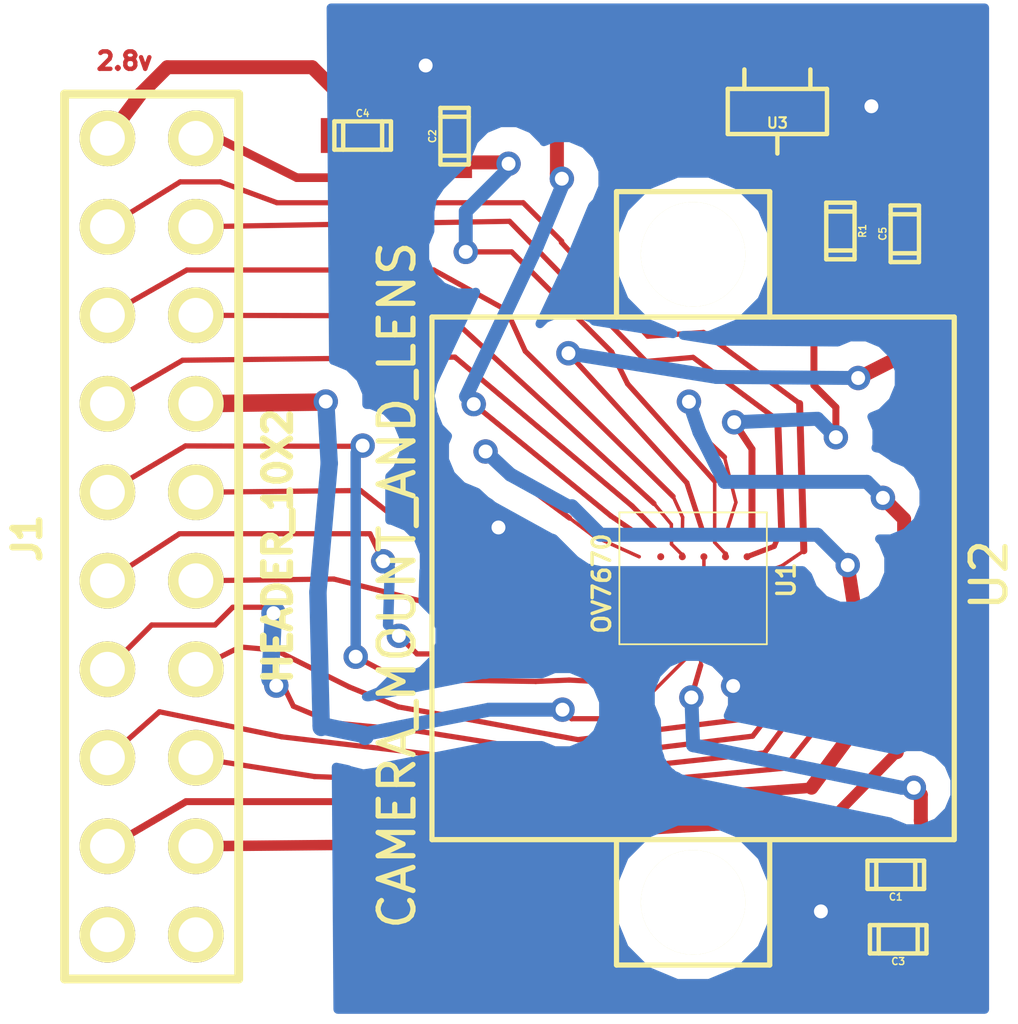
<source format=kicad_pcb>
(kicad_pcb (version 3) (host pcbnew "(2013-08-24 BZR 4298)-stable")

  (general
    (links 34)
    (no_connects 0)
    (area 0 0 0 0)
    (thickness 1.6)
    (drawings 1)
    (tracks 318)
    (zones 0)
    (modules 10)
    (nets 23)
  )

  (page A)
  (layers
    (15 F.Cu signal)
    (0 B.Cu signal)
    (16 B.Adhes user)
    (17 F.Adhes user)
    (18 B.Paste user)
    (19 F.Paste user)
    (20 B.SilkS user)
    (21 F.SilkS user)
    (22 B.Mask user)
    (23 F.Mask user)
    (24 Dwgs.User user)
    (25 Cmts.User user)
    (26 Eco1.User user)
    (27 Eco2.User user)
    (28 Edge.Cuts user)
  )

  (setup
    (last_trace_width 0.5)
    (user_trace_width 0.1)
    (user_trace_width 0.15)
    (user_trace_width 0.2)
    (user_trace_width 0.25)
    (user_trace_width 0.3)
    (user_trace_width 0.4)
    (user_trace_width 0.5)
    (user_trace_width 0.6)
    (user_trace_width 0.7)
    (user_trace_width 0.8)
    (user_trace_width 0.9)
    (user_trace_width 1)
    (trace_clearance 0.05)
    (zone_clearance 0.7)
    (zone_45_only no)
    (trace_min 0.1)
    (segment_width 0.2)
    (edge_width 0.1)
    (via_size 0.7)
    (via_drill 0.4)
    (via_min_size 0.7)
    (via_min_drill 0.4)
    (uvia_size 0.4)
    (uvia_drill 0.127)
    (uvias_allowed no)
    (uvia_min_size 0.4)
    (uvia_min_drill 0.127)
    (pcb_text_width 0.3)
    (pcb_text_size 1.5 1.5)
    (mod_edge_width 0.15)
    (mod_text_size 1 1)
    (mod_text_width 0.15)
    (pad_size 0.4 0.6125)
    (pad_drill 0)
    (pad_to_mask_clearance 0)
    (aux_axis_origin 0 0)
    (visible_elements 7FFFFFFF)
    (pcbplotparams
      (layerselection 3178497)
      (usegerberextensions false)
      (excludeedgelayer true)
      (linewidth 0.150000)
      (plotframeref false)
      (viasonmask false)
      (mode 1)
      (useauxorigin false)
      (hpglpennumber 1)
      (hpglpenspeed 20)
      (hpglpendiameter 15)
      (hpglpenoverlay 2)
      (psnegative false)
      (psa4output false)
      (plotreference true)
      (plotvalue true)
      (plotothertext true)
      (plotinvisibletext false)
      (padsonsilk false)
      (subtractmaskfromsilk false)
      (outputformat 2)
      (mirror false)
      (drillshape 0)
      (scaleselection 1)
      (outputdirectory ""))
  )

  (net 0 "")
  (net 1 +1.8v)
  (net 2 +2.8v)
  (net 3 AVDD)
  (net 4 D0)
  (net 5 D1)
  (net 6 D2)
  (net 7 D3)
  (net 8 D4)
  (net 9 D5)
  (net 10 D6)
  (net 11 D7)
  (net 12 GND)
  (net 13 HREF)
  (net 14 N-0000013)
  (net 15 N-0000014)
  (net 16 PCLK)
  (net 17 PWDN)
  (net 18 RESET)
  (net 19 SIO_C)
  (net 20 SIO_D)
  (net 21 VSYNC)
  (net 22 XCLK)

  (net_class Default "This is the default net class."
    (clearance 0.05)
    (trace_width 0.5)
    (via_dia 0.7)
    (via_drill 0.4)
    (uvia_dia 0.4)
    (uvia_drill 0.127)
    (add_net "")
    (add_net +1.8v)
    (add_net +2.8v)
    (add_net AVDD)
    (add_net D0)
    (add_net D1)
    (add_net D2)
    (add_net D3)
    (add_net D4)
    (add_net D5)
    (add_net D6)
    (add_net D7)
    (add_net GND)
    (add_net HREF)
    (add_net N-0000013)
    (add_net N-0000014)
    (add_net PCLK)
    (add_net PWDN)
    (add_net RESET)
    (add_net SIO_C)
    (add_net SIO_D)
    (add_net VSYNC)
    (add_net XCLK)
  )

  (module TED_SM0603 (layer F.Cu) (tedit 527731CB) (tstamp 529595DA)
    (at 147.82 120.51 180)
    (descr "SMT capacitor, 0603")
    (path /52959381)
    (fp_text reference C1 (at 0 -0.635 180) (layer F.SilkS)
      (effects (font (size 0.20066 0.20066) (thickness 0.04064)))
    )
    (fp_text value .1uF (at 0 0.635 180) (layer F.SilkS) hide
      (effects (font (size 0.20066 0.20066) (thickness 0.04064)))
    )
    (fp_line (start 0.5588 0.4064) (end 0.5588 -0.4064) (layer F.SilkS) (width 0.127))
    (fp_line (start -0.5588 -0.381) (end -0.5588 0.4064) (layer F.SilkS) (width 0.127))
    (fp_line (start -0.8128 -0.4064) (end 0.8128 -0.4064) (layer F.SilkS) (width 0.127))
    (fp_line (start 0.8128 -0.4064) (end 0.8128 0.4064) (layer F.SilkS) (width 0.127))
    (fp_line (start 0.8128 0.4064) (end -0.8128 0.4064) (layer F.SilkS) (width 0.127))
    (fp_line (start -0.8128 0.4064) (end -0.8128 -0.4064) (layer F.SilkS) (width 0.127))
    (pad 2 smd rect (at 0.75184 0 180) (size 0.89916 1.00076)
      (layers F.Cu F.Paste F.Mask)
      (net 12 GND)
      (clearance 0.1)
    )
    (pad 1 smd rect (at -0.75184 0 180) (size 0.89916 1.00076)
      (layers F.Cu F.Paste F.Mask)
      (net 15 N-0000014)
      (clearance 0.1)
    )
    (model smd/capacitors/c_0603.wrl
      (at (xyz 0 0 0))
      (scale (xyz 1 1 1))
      (rotate (xyz 0 0 0))
    )
  )

  (module TED_SM0603 (layer F.Cu) (tedit 527731CB) (tstamp 529595E6)
    (at 135.15 99.31 90)
    (descr "SMT capacitor, 0603")
    (path /5295936A)
    (fp_text reference C2 (at 0 -0.635 90) (layer F.SilkS)
      (effects (font (size 0.20066 0.20066) (thickness 0.04064)))
    )
    (fp_text value .1uF (at 0 0.635 90) (layer F.SilkS) hide
      (effects (font (size 0.20066 0.20066) (thickness 0.04064)))
    )
    (fp_line (start 0.5588 0.4064) (end 0.5588 -0.4064) (layer F.SilkS) (width 0.127))
    (fp_line (start -0.5588 -0.381) (end -0.5588 0.4064) (layer F.SilkS) (width 0.127))
    (fp_line (start -0.8128 -0.4064) (end 0.8128 -0.4064) (layer F.SilkS) (width 0.127))
    (fp_line (start 0.8128 -0.4064) (end 0.8128 0.4064) (layer F.SilkS) (width 0.127))
    (fp_line (start 0.8128 0.4064) (end -0.8128 0.4064) (layer F.SilkS) (width 0.127))
    (fp_line (start -0.8128 0.4064) (end -0.8128 -0.4064) (layer F.SilkS) (width 0.127))
    (pad 2 smd rect (at 0.75184 0 90) (size 0.89916 1.00076)
      (layers F.Cu F.Paste F.Mask)
      (net 12 GND)
      (clearance 0.1)
    )
    (pad 1 smd rect (at -0.75184 0 90) (size 0.89916 1.00076)
      (layers F.Cu F.Paste F.Mask)
      (net 14 N-0000013)
      (clearance 0.1)
    )
    (model smd/capacitors/c_0603.wrl
      (at (xyz 0 0 0))
      (scale (xyz 1 1 1))
      (rotate (xyz 0 0 0))
    )
  )

  (module TED_SM0603 (layer F.Cu) (tedit 527731CB) (tstamp 529595F2)
    (at 147.89 122.36 180)
    (descr "SMT capacitor, 0603")
    (path /529595DF)
    (fp_text reference C3 (at 0 -0.635 180) (layer F.SilkS)
      (effects (font (size 0.20066 0.20066) (thickness 0.04064)))
    )
    (fp_text value 4.7uF (at 0 0.635 180) (layer F.SilkS) hide
      (effects (font (size 0.20066 0.20066) (thickness 0.04064)))
    )
    (fp_line (start 0.5588 0.4064) (end 0.5588 -0.4064) (layer F.SilkS) (width 0.127))
    (fp_line (start -0.5588 -0.381) (end -0.5588 0.4064) (layer F.SilkS) (width 0.127))
    (fp_line (start -0.8128 -0.4064) (end 0.8128 -0.4064) (layer F.SilkS) (width 0.127))
    (fp_line (start 0.8128 -0.4064) (end 0.8128 0.4064) (layer F.SilkS) (width 0.127))
    (fp_line (start 0.8128 0.4064) (end -0.8128 0.4064) (layer F.SilkS) (width 0.127))
    (fp_line (start -0.8128 0.4064) (end -0.8128 -0.4064) (layer F.SilkS) (width 0.127))
    (pad 2 smd rect (at 0.75184 0 180) (size 0.89916 1.00076)
      (layers F.Cu F.Paste F.Mask)
      (net 12 GND)
      (clearance 0.1)
    )
    (pad 1 smd rect (at -0.75184 0 180) (size 0.89916 1.00076)
      (layers F.Cu F.Paste F.Mask)
      (net 1 +1.8v)
      (clearance 0.1)
    )
    (model smd/capacitors/c_0603.wrl
      (at (xyz 0 0 0))
      (scale (xyz 1 1 1))
      (rotate (xyz 0 0 0))
    )
  )

  (module TED_SM0603 (layer F.Cu) (tedit 527731CB) (tstamp 529595FE)
    (at 132.51 99.29)
    (descr "SMT capacitor, 0603")
    (path /529595B4)
    (fp_text reference C4 (at 0 -0.635) (layer F.SilkS)
      (effects (font (size 0.20066 0.20066) (thickness 0.04064)))
    )
    (fp_text value 4.7uF (at 0 0.635) (layer F.SilkS) hide
      (effects (font (size 0.20066 0.20066) (thickness 0.04064)))
    )
    (fp_line (start 0.5588 0.4064) (end 0.5588 -0.4064) (layer F.SilkS) (width 0.127))
    (fp_line (start -0.5588 -0.381) (end -0.5588 0.4064) (layer F.SilkS) (width 0.127))
    (fp_line (start -0.8128 -0.4064) (end 0.8128 -0.4064) (layer F.SilkS) (width 0.127))
    (fp_line (start 0.8128 -0.4064) (end 0.8128 0.4064) (layer F.SilkS) (width 0.127))
    (fp_line (start 0.8128 0.4064) (end -0.8128 0.4064) (layer F.SilkS) (width 0.127))
    (fp_line (start -0.8128 0.4064) (end -0.8128 -0.4064) (layer F.SilkS) (width 0.127))
    (pad 2 smd rect (at 0.75184 0) (size 0.89916 1.00076)
      (layers F.Cu F.Paste F.Mask)
      (net 12 GND)
      (clearance 0.1)
    )
    (pad 1 smd rect (at -0.75184 0) (size 0.89916 1.00076)
      (layers F.Cu F.Paste F.Mask)
      (net 2 +2.8v)
      (clearance 0.1)
    )
    (model smd/capacitors/c_0603.wrl
      (at (xyz 0 0 0))
      (scale (xyz 1 1 1))
      (rotate (xyz 0 0 0))
    )
  )

  (module TED_SM0603 (layer F.Cu) (tedit 527731CB) (tstamp 5295960A)
    (at 148.08 102.11 90)
    (descr "SMT capacitor, 0603")
    (path /529595D2)
    (fp_text reference C5 (at 0 -0.635 90) (layer F.SilkS)
      (effects (font (size 0.20066 0.20066) (thickness 0.04064)))
    )
    (fp_text value 4.7uF (at 0 0.635 90) (layer F.SilkS) hide
      (effects (font (size 0.20066 0.20066) (thickness 0.04064)))
    )
    (fp_line (start 0.5588 0.4064) (end 0.5588 -0.4064) (layer F.SilkS) (width 0.127))
    (fp_line (start -0.5588 -0.381) (end -0.5588 0.4064) (layer F.SilkS) (width 0.127))
    (fp_line (start -0.8128 -0.4064) (end 0.8128 -0.4064) (layer F.SilkS) (width 0.127))
    (fp_line (start 0.8128 -0.4064) (end 0.8128 0.4064) (layer F.SilkS) (width 0.127))
    (fp_line (start 0.8128 0.4064) (end -0.8128 0.4064) (layer F.SilkS) (width 0.127))
    (fp_line (start -0.8128 0.4064) (end -0.8128 -0.4064) (layer F.SilkS) (width 0.127))
    (pad 2 smd rect (at 0.75184 0 90) (size 0.89916 1.00076)
      (layers F.Cu F.Paste F.Mask)
      (net 12 GND)
      (clearance 0.1)
    )
    (pad 1 smd rect (at -0.75184 0 90) (size 0.89916 1.00076)
      (layers F.Cu F.Paste F.Mask)
      (net 3 AVDD)
      (clearance 0.1)
    )
    (model smd/capacitors/c_0603.wrl
      (at (xyz 0 0 0))
      (scale (xyz 1 1 1))
      (rotate (xyz 0 0 0))
    )
  )

  (module TED_HEADER_10x2_BOTTOM_SIDE (layer F.Cu) (tedit 528EF672) (tstamp 52CBA86D)
    (at 126.45 110.8 270)
    (path /52956095)
    (fp_text reference J1 (at 0.05 3.575 270) (layer F.SilkS)
      (effects (font (size 0.762 0.762) (thickness 0.1905)))
    )
    (fp_text value HEADER_10X2 (at 0.275 -3.625 270) (layer F.SilkS)
      (effects (font (size 0.762 0.762) (thickness 0.1905)))
    )
    (fp_line (start 12.7 -2.5) (end 12.7 2.5) (layer F.SilkS) (width 0.254))
    (fp_line (start 12.7 -2.5) (end -12.7 -2.5) (layer F.SilkS) (width 0.254))
    (fp_line (start 12.7 2.5) (end -12.7 2.5) (layer F.SilkS) (width 0.254))
    (fp_line (start -12.7 2.5) (end -12.7 -2.5) (layer F.SilkS) (width 0.254))
    (pad 11 thru_hole circle (at 11.43 -1.27 270) (size 1.6 1.6) (drill 1)
      (layers *.Mask F.Cu F.SilkS)
    )
    (pad 10 thru_hole circle (at 11.43 1.27 270) (size 1.6 1.6) (drill 1)
      (layers *.Mask F.Cu F.SilkS)
    )
    (pad 14 thru_hole circle (at 3.81 -1.27 270) (size 1.6 1.6) (drill 1)
      (layers *.Mask F.Cu F.SilkS)
      (net 6 D2)
    )
    (pad 8 thru_hole circle (at 6.35 1.27 270) (size 1.6 1.6) (drill 1)
      (layers *.Mask F.Cu F.SilkS)
      (net 5 D1)
    )
    (pad 9 thru_hole circle (at 8.89 1.27 270) (size 1.6 1.6) (drill 1)
      (layers *.Mask F.Cu F.SilkS)
      (net 18 RESET)
    )
    (pad 12 thru_hole circle (at 8.89 -1.27 270) (size 1.6 1.6) (drill 1)
      (layers *.Mask F.Cu F.SilkS)
      (net 17 PWDN)
    )
    (pad 13 thru_hole circle (at 6.35 -1.27 270) (size 1.6 1.6) (drill 1)
      (layers *.Mask F.Cu F.SilkS)
      (net 4 D0)
    )
    (pad 15 thru_hole circle (at 1.27 -1.27 270) (size 1.6 1.6) (drill 1)
      (layers *.Mask F.Cu F.SilkS)
      (net 8 D4)
    )
    (pad 7 thru_hole circle (at 3.81 1.27 270) (size 1.6 1.6) (drill 1)
      (layers *.Mask F.Cu F.SilkS)
      (net 7 D3)
    )
    (pad 6 thru_hole circle (at 1.27 1.27 270) (size 1.6 1.6) (drill 1)
      (layers *.Mask F.Cu F.SilkS)
      (net 9 D5)
    )
    (pad 5 thru_hole circle (at -1.27 1.27 270) (size 1.6 1.6) (drill 1)
      (layers *.Mask F.Cu F.SilkS)
      (net 11 D7)
    )
    (pad 1 thru_hole circle (at -11.43 1.27 270) (size 1.6 1.6) (drill 1)
      (layers *.Mask F.Cu F.SilkS)
      (net 2 +2.8v)
    )
    (pad 2 thru_hole circle (at -8.89 1.27 270) (size 1.6 1.6) (drill 1)
      (layers *.Mask F.Cu F.SilkS)
      (net 19 SIO_C)
    )
    (pad 3 thru_hole circle (at -6.35 1.27 270) (size 1.6 1.6) (drill 1)
      (layers *.Mask F.Cu F.SilkS)
      (net 21 VSYNC)
    )
    (pad 4 thru_hole circle (at -3.81 1.27 270) (size 1.6 1.6) (drill 1)
      (layers *.Mask F.Cu F.SilkS)
      (net 16 PCLK)
    )
    (pad 16 thru_hole circle (at -1.27 -1.27 270) (size 1.6 1.6) (drill 1)
      (layers *.Mask F.Cu F.SilkS)
      (net 10 D6)
    )
    (pad 17 thru_hole circle (at -3.81 -1.27 270) (size 1.6 1.6) (drill 1)
      (layers *.Mask F.Cu F.SilkS)
      (net 22 XCLK)
    )
    (pad 18 thru_hole circle (at -6.35 -1.27 270) (size 1.6 1.6) (drill 1)
      (layers *.Mask F.Cu F.SilkS)
      (net 13 HREF)
    )
    (pad 19 thru_hole circle (at -8.89 -1.27 270) (size 1.6 1.6) (drill 1)
      (layers *.Mask F.Cu F.SilkS)
      (net 20 SIO_D)
    )
    (pad 20 thru_hole circle (at -11.43 -1.27 270) (size 1.6 1.6) (drill 1)
      (layers *.Mask F.Cu F.SilkS)
      (net 12 GND)
    )
  )

  (module TED_SM0603 (layer F.Cu) (tedit 527731CB) (tstamp 52959632)
    (at 146.23 102.03 270)
    (descr "SMT capacitor, 0603")
    (path /529595EE)
    (fp_text reference R1 (at 0 -0.635 270) (layer F.SilkS)
      (effects (font (size 0.20066 0.20066) (thickness 0.04064)))
    )
    (fp_text value 10 (at 0 0.635 270) (layer F.SilkS) hide
      (effects (font (size 0.20066 0.20066) (thickness 0.04064)))
    )
    (fp_line (start 0.5588 0.4064) (end 0.5588 -0.4064) (layer F.SilkS) (width 0.127))
    (fp_line (start -0.5588 -0.381) (end -0.5588 0.4064) (layer F.SilkS) (width 0.127))
    (fp_line (start -0.8128 -0.4064) (end 0.8128 -0.4064) (layer F.SilkS) (width 0.127))
    (fp_line (start 0.8128 -0.4064) (end 0.8128 0.4064) (layer F.SilkS) (width 0.127))
    (fp_line (start 0.8128 0.4064) (end -0.8128 0.4064) (layer F.SilkS) (width 0.127))
    (fp_line (start -0.8128 0.4064) (end -0.8128 -0.4064) (layer F.SilkS) (width 0.127))
    (pad 2 smd rect (at 0.75184 0 270) (size 0.89916 1.00076)
      (layers F.Cu F.Paste F.Mask)
      (net 3 AVDD)
      (clearance 0.1)
    )
    (pad 1 smd rect (at -0.75184 0 270) (size 0.89916 1.00076)
      (layers F.Cu F.Paste F.Mask)
      (net 2 +2.8v)
      (clearance 0.1)
    )
    (model smd/capacitors/c_0603.wrl
      (at (xyz 0 0 0))
      (scale (xyz 1 1 1))
      (rotate (xyz 0 0 0))
    )
  )

  (module TED_CAMERA_M12x0.5_mount (layer F.Cu) (tedit 52959A2D) (tstamp 52959ABA)
    (at 142 112 270)
    (path /52959B02)
    (fp_text reference U2 (at -0.1 -8.5 270) (layer F.SilkS)
      (effects (font (size 1 1) (thickness 0.15)))
    )
    (fp_text value CAMERA_MOUNT_AND_LENS (at 0.2 8.5 270) (layer F.SilkS)
      (effects (font (size 1 1) (thickness 0.15)))
    )
    (fp_line (start -7.5 -2.2) (end -11.1 -2.2) (layer F.SilkS) (width 0.15))
    (fp_line (start -11.1 -2.2) (end -11.1 2.2) (layer F.SilkS) (width 0.15))
    (fp_line (start -11.1 2.2) (end -7.5 2.2) (layer F.SilkS) (width 0.15))
    (fp_line (start 7.5 -2.2) (end 11.1 -2.2) (layer F.SilkS) (width 0.15))
    (fp_line (start 11.1 -2.2) (end 11.1 2.2) (layer F.SilkS) (width 0.15))
    (fp_line (start 11.1 2.2) (end 7.5 2.2) (layer F.SilkS) (width 0.15))
    (fp_line (start -7.5 -7.5) (end -7.5 7.5) (layer F.SilkS) (width 0.15))
    (fp_line (start -7.5 7.5) (end 7.5 7.5) (layer F.SilkS) (width 0.15))
    (fp_line (start 7.5 7.5) (end 7.5 -7.5) (layer F.SilkS) (width 0.15))
    (fp_line (start 7.5 -7.5) (end -7.5 -7.5) (layer F.SilkS) (width 0.15))
    (pad "" np_thru_hole circle (at 9.3 0 270) (size 3 3) (drill 3)
      (layers *.Cu *.Mask F.SilkS)
    )
    (pad "" np_thru_hole circle (at -9.3 0 270) (size 3 3) (drill 3)
      (layers *.Cu *.Mask F.SilkS)
    )
  )

  (module TED_CSP2-24 (layer F.Cu) (tedit 52CF8693) (tstamp 5295965E)
    (at 142 112 270)
    (path /52958E0C)
    (fp_text reference U1 (at 0.05 -2.675 270) (layer F.SilkS)
      (effects (font (size 0.50038 0.50038) (thickness 0.09906)))
    )
    (fp_text value OV7670 (at 0.15 2.625 270) (layer F.SilkS)
      (effects (font (size 0.50038 0.50038) (thickness 0.09906)))
    )
    (fp_line (start -1.8925 -2.1175) (end 1.8925 -2.1175) (layer F.SilkS) (width 0.0508))
    (fp_line (start 1.8925 -2.1175) (end 1.8925 2.1175) (layer F.SilkS) (width 0.0508))
    (fp_line (start 1.8925 2.1175) (end -1.8925 2.1175) (layer F.SilkS) (width 0.0508))
    (fp_line (start -1.8925 2.1175) (end -1.8925 -2.1175) (layer F.SilkS) (width 0.0508))
    (pad E4 smd circle (at 0.62 0.93 270) (size 0.2 0.2)
      (layers F.Cu F.Paste F.Mask)
      (net 11 D7)
      (clearance 0.05)
    )
    (pad E5 smd circle (at 1.24 0.93 270) (size 0.2 0.2)
      (layers F.Cu F.Paste F.Mask)
      (net 9 D5)
      (clearance 0.05)
    )
    (pad F5 smd circle (at 1.24 1.55 270) (size 0.1 0.1)
      (layers F.Cu F.Paste F.Mask)
      (net 8 D4)
      (clearance 0.05)
    )
    (pad F4 smd circle (at 0.62 1.55 270) (size 0.1 0.1)
      (layers F.Cu F.Paste F.Mask)
      (net 10 D6)
      (clearance 0.05)
    )
    (pad E2 smd circle (at -0.62 0.93 270) (size 0.2 0.2)
      (layers F.Cu F.Paste F.Mask)
      (clearance 0.05)
    )
    (pad E1 smd circle (at -1.24 0.93 270) (size 0.1 0.1)
      (layers F.Cu F.Paste F.Mask)
      (net 16 PCLK)
      (clearance 0.05)
    )
    (pad F1 smd circle (at -1.24 1.55 270) (size 0.2 0.2)
      (layers F.Cu F.Paste F.Mask)
      (net 2 +2.8v)
      (clearance 0.05)
    )
    (pad F2 smd circle (at -0.62 1.55 270) (size 0.1 0.1)
      (layers F.Cu F.Paste F.Mask)
      (net 18 RESET)
      (clearance 0.05)
    )
    (pad B4 smd circle (at 0.62 -0.93 270) (size 0.1 0.1)
      (layers F.Cu F.Paste F.Mask)
      (net 4 D0)
      (clearance 0.05)
    )
    (pad B5 smd circle (at 1.24 -0.93 270) (size 0.1 0.1)
      (layers F.Cu F.Paste F.Mask)
      (net 6 D2)
      (clearance 0.05)
    )
    (pad B2 smd circle (at -0.62 -0.93 270) (size 0.2 0.2)
      (layers F.Cu F.Paste F.Mask)
      (net 14 N-0000013)
      (clearance 0.05)
    )
    (pad B1 smd circle (at -1.24 -0.93 270) (size 0.1 0.1)
      (layers F.Cu F.Paste F.Mask)
      (net 17 PWDN)
      (clearance 0.05)
    )
    (pad A5 smd circle (at 1.24 -1.55 270) (size 0.2 0.2)
      (layers F.Cu F.Paste F.Mask)
      (net 7 D3)
      (clearance 0.05)
    )
    (pad A4 smd circle (at 0.62 -1.55 270) (size 0.1 0.1)
      (layers F.Cu F.Paste F.Mask)
      (net 5 D1)
      (clearance 0.05)
    )
    (pad A1 smd circle (at -1.24 -1.55 270) (size 0.2 0.2)
      (layers F.Cu F.Paste F.Mask)
      (net 3 AVDD)
      (clearance 0.05)
    )
    (pad A2 smd circle (at -0.62 -1.55 270) (size 0.2 0.2)
      (layers F.Cu F.Paste F.Mask)
      (net 20 SIO_D)
      (clearance 0.05)
    )
    (pad A3 smd circle (at 0 -1.55 270) (size 0.1 0.1)
      (layers F.Cu F.Paste F.Mask)
      (net 19 SIO_C)
      (clearance 0.05)
    )
    (pad B3 smd circle (at 0 -0.93 270) (size 0.2 0.2)
      (layers F.Cu F.Paste F.Mask)
      (net 12 GND)
      (clearance 0.05)
    )
    (pad E3 smd circle (at 0 0.93 270) (size 0.2 0.2)
      (layers F.Cu F.Paste F.Mask)
      (net 22 XCLK)
      (clearance 0.05)
    )
    (pad F3 smd circle (at 0 1.55 270) (size 0.1 0.1)
      (layers F.Cu F.Paste F.Mask)
      (net 12 GND)
      (clearance 0.05)
    )
    (pad C1 smd circle (at -1.24 -0.31 270) (size 0.1 0.1)
      (layers F.Cu F.Paste F.Mask)
      (net 1 +1.8v)
      (clearance 0.05)
    )
    (pad D1 smd circle (at -1.24 0.31 270) (size 0.1 0.1)
      (layers F.Cu F.Paste F.Mask)
      (net 21 VSYNC)
      (clearance 0.05)
    )
    (pad C2 smd circle (at -0.62 -0.31 270) (size 0.2 0.2)
      (layers F.Cu F.Paste F.Mask)
      (net 15 N-0000014)
      (clearance 0.05)
    )
    (pad D2 smd circle (at -0.62 0.31 270) (size 0.2 0.2)
      (layers F.Cu F.Paste F.Mask)
      (net 13 HREF)
      (clearance 0.05)
    )
  )

  (module TED_SC59 (layer F.Cu) (tedit 52D1AB40) (tstamp 52983C4E)
    (at 144.42 98.6 180)
    (descr SC70)
    (path /52980CF3)
    (attr smd)
    (fp_text reference U3 (at 0 -0.3302 180) (layer F.SilkS)
      (effects (font (size 0.29972 0.29972) (thickness 0.06096)))
    )
    (fp_text value REGULATOR_1.8V (at 0 0.3302 180) (layer F.SilkS) hide
      (effects (font (size 0.29972 0.29972) (thickness 0.06096)))
    )
    (fp_line (start 0 -0.6477) (end 0 -1.2065) (layer F.SilkS) (width 0.127))
    (fp_line (start 0.9477 0.6477) (end 0.9477 1.2065) (layer F.SilkS) (width 0.127))
    (fp_line (start -0.9477 0.6477) (end -0.9477 1.2065) (layer F.SilkS) (width 0.127))
    (fp_line (start -1.425 -0.6477) (end 1.425 -0.6477) (layer F.SilkS) (width 0.127))
    (fp_line (start 1.425 -0.6477) (end 1.425 0.6477) (layer F.SilkS) (width 0.127))
    (fp_line (start 1.425 0.6477) (end -1.425 0.6477) (layer F.SilkS) (width 0.127))
    (fp_line (start -1.425 0.6477) (end -1.425 -0.6477) (layer F.SilkS) (width 0.127))
    (pad 1 smd rect (at -0.95 1.016 180) (size 0.4 0.6125)
      (layers F.Cu F.Paste F.Mask)
      (net 12 GND)
    )
    (pad 2 smd rect (at 0.95 1.016 180) (size 0.4 0.6125)
      (layers F.Cu F.Paste F.Mask)
      (net 1 +1.8v)
    )
    (pad 3 smd rect (at 0 -1.016 180) (size 0.4 0.6125)
      (layers F.Cu F.Paste F.Mask)
      (net 2 +2.8v)
    )
    (model smd/smd_transistors/sc70.wrl
      (at (xyz 0 0 0))
      (scale (xyz 1 1 1))
      (rotate (xyz 0 0 0))
    )
  )

  (gr_text 2.8v (at 125.67 97.15) (layer F.Cu)
    (effects (font (size 0.5 0.5) (thickness 0.125)))
  )

  (segment (start 143.47 97.584) (end 143.47 97.48) (width 0.3) (layer F.Cu) (net 1))
  (segment (start 149.63 98.66) (end 149.63 100.966667) (width 0.3) (layer F.Cu) (net 1) (tstamp 52D1B441))
  (segment (start 147.57 96.6) (end 149.63 98.66) (width 0.3) (layer F.Cu) (net 1) (tstamp 52D1B43F))
  (segment (start 144.35 96.6) (end 147.57 96.6) (width 0.3) (layer F.Cu) (net 1) (tstamp 52D1B43E))
  (segment (start 143.47 97.48) (end 144.35 96.6) (width 0.3) (layer F.Cu) (net 1) (tstamp 52D1B43D))
  (segment (start 148.64184 122.36) (end 148.63 122.34) (width 0.2) (layer F.Cu) (net 1) (status 10))
  (segment (start 148.63 122.34) (end 149.65 121.47) (width 0.4) (layer F.Cu) (net 1) (tstamp 52AD42F1))
  (segment (start 149.65 121.47) (end 149.65 104.78) (width 0.4) (layer F.Cu) (net 1) (tstamp 52AD42F3))
  (segment (start 149.65 100.38) (end 149.63 100.966667) (width 0.2) (layer F.Cu) (net 1) (tstamp 52AD4291))
  (segment (start 149.63 100.966667) (end 149.65 104.78) (width 0.3) (layer F.Cu) (net 1) (tstamp 52D1B444))
  (segment (start 141.82 109.26) (end 142.31 110.76) (width 0.15) (layer F.Cu) (net 1) (tstamp 52AD429B))
  (segment (start 149.65 104.78) (end 146.74 106.25) (width 0.4) (layer F.Cu) (net 1) (tstamp 52AD4293))
  (via (at 146.74 106.25) (size 0.7) (layers F.Cu B.Cu) (net 1))
  (segment (start 146.74 106.25) (end 142.67 106.22) (width 0.4) (layer B.Cu) (net 1) (tstamp 52AD4296))
  (segment (start 142.67 106.22) (end 138.42 105.54) (width 0.4) (layer B.Cu) (net 1) (tstamp 52AD4297))
  (via (at 138.42 105.54) (size 0.7) (layers F.Cu B.Cu) (net 1))
  (segment (start 138.42 105.54) (end 141.82 109.26) (width 0.15) (layer F.Cu) (net 1) (tstamp 52AD429A))
  (segment (start 140.019541 97.984279) (end 140.024279 97.984279) (width 0.3) (layer F.Cu) (net 2))
  (segment (start 141.656 99.616) (end 144.42 99.616) (width 0.4) (layer F.Cu) (net 2) (tstamp 52D1B432))
  (segment (start 140.024279 97.984279) (end 141.656 99.616) (width 0.4) (layer F.Cu) (net 2) (tstamp 52D1B431))
  (segment (start 144.42 99.616) (end 144.42 99.73) (width 0.3) (layer F.Cu) (net 2))
  (segment (start 144.42 99.73) (end 145.05 100.36) (width 0.4) (layer F.Cu) (net 2) (tstamp 52D1B42A))
  (segment (start 145.05 100.36) (end 145.91 100.36) (width 0.4) (layer F.Cu) (net 2) (tstamp 52D1B42B))
  (segment (start 145.91 100.36) (end 146.23 100.68) (width 0.4) (layer F.Cu) (net 2) (tstamp 52D1B42C))
  (segment (start 146.23 100.68) (end 146.23 101.27816) (width 0.4) (layer F.Cu) (net 2) (tstamp 52D1B42D))
  (segment (start 138.089214 100.389214) (end 138.089214 96.928316) (width 0.4) (layer F.Cu) (net 2) (tstamp 52AD43B9))
  (segment (start 139.64 110.21) (end 135.7 107) (width 0.15) (layer F.Cu) (net 2) (tstamp 52AD43B0))
  (via (at 135.7 107) (size 0.7) (layers F.Cu B.Cu) (net 2))
  (segment (start 135.7 107) (end 135.48 106.78) (width 0.4) (layer B.Cu) (net 2) (tstamp 52AD43B2))
  (segment (start 135.48 106.78) (end 137.52 102.46) (width 0.4) (layer B.Cu) (net 2) (tstamp 52AD43B3))
  (segment (start 140.45 110.76) (end 139.64 110.21) (width 0.15) (layer F.Cu) (net 2))
  (segment (start 137.52 102.46) (end 138.23 100.76) (width 0.4) (layer B.Cu) (net 2) (tstamp 52AD43B4))
  (segment (start 138.23 100.76) (end 138.23 100.53) (width 0.4) (layer B.Cu) (net 2) (tstamp 52AD43B6))
  (via (at 138.23 100.53) (size 0.7) (layers F.Cu B.Cu) (net 2))
  (segment (start 138.23 100.53) (end 138.089214 100.389214) (width 0.4) (layer F.Cu) (net 2) (tstamp 52AD43B8))
  (segment (start 135.95 96.43) (end 137.16 96.42) (width 0.4) (layer F.Cu) (net 2) (tstamp 52AD3CAC))
  (segment (start 137.16 96.42) (end 138.089214 96.928316) (width 0.4) (layer F.Cu) (net 2) (tstamp 52AD40E5))
  (segment (start 138.089214 96.928316) (end 140.019541 97.984279) (width 0.4) (layer F.Cu) (net 2) (tstamp 52AD43BB))
  (segment (start 140.019541 97.984279) (end 140.03 97.99) (width 0.25) (layer F.Cu) (net 2) (tstamp 52D1B42F))
  (segment (start 131.75816 99.29) (end 131.75816 97.34184) (width 0.4) (layer F.Cu) (net 2))
  (segment (start 132.7 96.37) (end 135.95 96.43) (width 0.4) (layer F.Cu) (net 2) (tstamp 52AD3CAA))
  (segment (start 131.75816 97.34184) (end 132.7 96.37) (width 0.4) (layer F.Cu) (net 2) (tstamp 52AD3CA9))
  (segment (start 125.18 99.37) (end 126.14 98.09) (width 0.4) (layer F.Cu) (net 2) (status 10))
  (segment (start 131.75816 98.02816) (end 131.75816 99.29) (width 0.25) (layer F.Cu) (net 2) (tstamp 52AD3C9B))
  (segment (start 131.06 97.33) (end 131.75816 98.02816) (width 0.4) (layer F.Cu) (net 2) (tstamp 52AD3C9A))
  (segment (start 126.9 97.33) (end 131.06 97.33) (width 0.4) (layer F.Cu) (net 2) (tstamp 52AD3C99))
  (segment (start 126.14 98.09) (end 126.9 97.33) (width 0.4) (layer F.Cu) (net 2) (tstamp 52AD3C98))
  (segment (start 146.23 102.78184) (end 146.23 104.04) (width 0.2) (layer F.Cu) (net 3))
  (segment (start 146.23 104.04) (end 145.47 104.8) (width 0.2) (layer F.Cu) (net 3) (tstamp 52AD42DE))
  (segment (start 145.47 104.8) (end 145.47 106.46) (width 0.2) (layer F.Cu) (net 3) (tstamp 52AD42E0))
  (segment (start 145.47 106.46) (end 146.1 107.09) (width 0.2) (layer F.Cu) (net 3) (tstamp 52AD42E2))
  (segment (start 146.1 107.09) (end 146.1 107.95) (width 0.2) (layer F.Cu) (net 3) (tstamp 52AD42E4))
  (via (at 146.1 107.95) (size 0.7) (layers F.Cu B.Cu) (net 3))
  (segment (start 146.1 107.95) (end 145.57 107.42) (width 0.4) (layer B.Cu) (net 3) (tstamp 52AD42E7))
  (segment (start 145.57 107.42) (end 143.18 107.52) (width 0.4) (layer B.Cu) (net 3) (tstamp 52AD42E8))
  (via (at 143.18 107.52) (size 0.7) (layers F.Cu B.Cu) (net 3))
  (segment (start 143.18 107.52) (end 143.69 108.29) (width 0.2) (layer F.Cu) (net 3) (tstamp 52AD42EA))
  (segment (start 143.69 108.29) (end 143.69 110.62) (width 0.2) (layer F.Cu) (net 3) (tstamp 52AD42EB))
  (segment (start 143.69 110.62) (end 143.55 110.76) (width 0.2) (layer F.Cu) (net 3) (tstamp 52AD42EC))
  (segment (start 146.23 102.78184) (end 148 102.78184) (width 0.2) (layer F.Cu) (net 3))
  (segment (start 148 102.78184) (end 148.08 102.86184) (width 0.2) (layer F.Cu) (net 3) (tstamp 52AD4284))
  (segment (start 146.06065 115.643753) (end 146.215633 114.550799) (width 0.2) (layer F.Cu) (net 4))
  (segment (start 144.62 117.45) (end 146.06065 115.643753) (width 0.15) (layer F.Cu) (net 4) (tstamp 52AD4173))
  (segment (start 127.72 117.15) (end 131.13 117.69) (width 0.15) (layer F.Cu) (net 4) (status 10))
  (segment (start 131.13 117.69) (end 138.86 117.98) (width 0.15) (layer F.Cu) (net 4) (tstamp 52F6843D) (status 10))
  (segment (start 138.86 117.98) (end 144.62 117.45) (width 0.15) (layer F.Cu) (net 4) (tstamp 52F685D1) (status 10))
  (segment (start 143.25 112.3) (end 142.93 112.62) (width 0.1) (layer F.Cu) (net 4) (tstamp 52AD419A))
  (segment (start 144.51 112.3) (end 143.25 112.3) (width 0.1) (layer F.Cu) (net 4) (tstamp 52AD4199))
  (segment (start 145.48 112.57) (end 144.51 112.3) (width 0.1) (layer F.Cu) (net 4) (tstamp 52AD4198))
  (segment (start 145.81 113.29) (end 145.48 112.57) (width 0.2) (layer F.Cu) (net 4) (tstamp 52AD4196))
  (segment (start 146.215633 114.550799) (end 145.81 113.29) (width 0.2) (layer F.Cu) (net 4) (tstamp 52AD4195))
  (segment (start 145.7 114.79) (end 145.72 114.79) (width 0.15) (layer F.Cu) (net 5))
  (segment (start 125.18 117.15) (end 126.673931 115.830485) (width 0.15) (layer F.Cu) (net 5) (tstamp 52AD4182) (status 10))
  (segment (start 144.07 112.77) (end 143.55 112.62) (width 0.1) (layer F.Cu) (net 5) (tstamp 52AD4193))
  (segment (start 144.78 112.86) (end 144.07 112.77) (width 0.1) (layer F.Cu) (net 5) (tstamp 52AD4192))
  (segment (start 145.23 113.24) (end 144.78 112.86) (width 0.15) (layer F.Cu) (net 5) (tstamp 52AD4191))
  (segment (start 145.72 114.79) (end 145.23 113.24) (width 0.15) (layer F.Cu) (net 5) (tstamp 52AD4190))
  (segment (start 145.7 114.79) (end 144.05 117.01) (width 0.15) (layer F.Cu) (net 5) (tstamp 52AD417F))
  (segment (start 144.05 117.01) (end 138.87 117.57) (width 0.15) (layer F.Cu) (net 5) (tstamp 52AD4351))
  (segment (start 138.87 117.57) (end 130.19 116.55) (width 0.15) (layer F.Cu) (net 5) (tstamp 52AD4180))
  (segment (start 130.19 116.55) (end 126.673931 115.830485) (width 0.15) (layer F.Cu) (net 5) (tstamp 52F68447))
  (segment (start 133.53 115.69) (end 132.13 115.12) (width 0.15) (layer F.Cu) (net 6))
  (segment (start 144.13 114.91) (end 143.37 116.05) (width 0.15) (layer F.Cu) (net 6) (tstamp 52D18B19))
  (segment (start 143.45 113.91) (end 144.13 114.91) (width 0.15) (layer F.Cu) (net 6) (tstamp 52AD419C))
  (segment (start 143.37 116.05) (end 138.69 116.63) (width 0.15) (layer F.Cu) (net 6) (tstamp 52AD419D))
  (segment (start 138.69 116.63) (end 135.06 115.96) (width 0.15) (layer F.Cu) (net 6) (tstamp 52F47F0D))
  (segment (start 135.06 115.96) (end 133.53 115.69) (width 0.15) (layer F.Cu) (net 6) (tstamp 52AD419F))
  (segment (start 142.93 113.24) (end 143.45 113.91) (width 0.15) (layer F.Cu) (net 6))
  (segment (start 128.99 113.97) (end 127.72 114.61) (width 0.15) (layer F.Cu) (net 6) (tstamp 52F47E34))
  (segment (start 130 114.06) (end 128.99 113.97) (width 0.15) (layer F.Cu) (net 6) (tstamp 52F47E31))
  (segment (start 132.13 115.12) (end 130 114.06) (width 0.15) (layer F.Cu) (net 6) (tstamp 52F47E30))
  (segment (start 130.253409 115.122421) (end 130.072421 115.122421) (width 0.15) (layer F.Cu) (net 7))
  (segment (start 130.072421 115.122421) (end 130.03 115.08) (width 0.15) (layer F.Cu) (net 7) (tstamp 52F47E55))
  (via (at 130.03 115.08) (size 0.7) (layers F.Cu B.Cu) (net 7))
  (segment (start 130.03 115.08) (end 129.85 114.9) (width 0.15) (layer B.Cu) (net 7) (tstamp 52F47E58))
  (segment (start 129.85 114.9) (end 129.95 113) (width 0.5) (layer B.Cu) (net 7) (tstamp 52F47E59))
  (via (at 129.95 113) (size 0.7) (layers F.Cu B.Cu) (net 7))
  (segment (start 129.95 113) (end 129.71 112.83) (width 0.15) (layer F.Cu) (net 7) (tstamp 52F47E5D))
  (segment (start 129.71 112.83) (end 128.78 112.83) (width 0.15) (layer F.Cu) (net 7) (tstamp 52F47E5E))
  (segment (start 128.78 112.83) (end 128.27 113.34) (width 0.15) (layer F.Cu) (net 7) (tstamp 52F47E5F))
  (segment (start 128.27 113.34) (end 126.45 113.34) (width 0.15) (layer F.Cu) (net 7) (tstamp 52F47E60))
  (segment (start 126.45 113.34) (end 125.18 114.61) (width 0.15) (layer F.Cu) (net 7) (tstamp 52F47E61))
  (segment (start 145.14 114.68) (end 143.71 116.53) (width 0.15) (layer F.Cu) (net 7))
  (segment (start 130.52 115.67) (end 130.253409 115.122421) (width 0.15) (layer F.Cu) (net 7) (tstamp 52F47DB0))
  (segment (start 138.79 117.13) (end 134.06 116.38) (width 0.15) (layer F.Cu) (net 7) (tstamp 52F47DAA))
  (segment (start 134.06 116.38) (end 131.67 116.15) (width 0.15) (layer F.Cu) (net 7) (tstamp 52F68458))
  (segment (start 131.67 116.15) (end 130.52 115.67) (width 0.15) (layer F.Cu) (net 7) (tstamp 52F68462))
  (segment (start 143.71 116.53) (end 138.79 117.13) (width 0.15) (layer F.Cu) (net 7) (tstamp 52F47DA9))
  (segment (start 143.55 113.24) (end 143.53 113.24) (width 0.15) (layer F.Cu) (net 7))
  (segment (start 143.53 113.24) (end 144.45 113.37) (width 0.15) (layer F.Cu) (net 7) (tstamp 52AD41AF))
  (segment (start 144.45 113.37) (end 145.14 114.68) (width 0.15) (layer F.Cu) (net 7) (tstamp 52AD41B0))
  (segment (start 145.14 114.68) (end 145.139716 114.68166) (width 0.1) (layer F.Cu) (net 7) (tstamp 52F47DA7))
  (segment (start 140.45 113.24) (end 139.18 113.16) (width 0.1) (layer F.Cu) (net 8))
  (segment (start 133.820593 112.557637) (end 131.68 112.02) (width 0.15) (layer F.Cu) (net 8) (tstamp 52AD416E))
  (segment (start 131.68 112.02) (end 127.72 112.07) (width 0.15) (layer F.Cu) (net 8) (tstamp 52AD4170) (status 20))
  (segment (start 135.72 113.07) (end 133.820593 112.557637) (width 0.15) (layer F.Cu) (net 8) (tstamp 52AD44BE))
  (segment (start 136.63 113.3) (end 135.72 113.07) (width 0.15) (layer F.Cu) (net 8) (tstamp 52AD44BB))
  (segment (start 137.9 113.26) (end 136.63 113.3) (width 0.15) (layer F.Cu) (net 8) (tstamp 52AD4499))
  (segment (start 139.18 113.16) (end 137.9 113.26) (width 0.1) (layer F.Cu) (net 8) (tstamp 52AD449C))
  (segment (start 137.15 114.17) (end 134.07 114.17) (width 0.15) (layer F.Cu) (net 9))
  (segment (start 132.6 110.72) (end 127.25 110.72) (width 0.15) (layer F.Cu) (net 9) (tstamp 52AD4164))
  (segment (start 139.18 114.16) (end 137.15 114.17) (width 0.15) (layer F.Cu) (net 9) (tstamp 52F6873C))
  (segment (start 140.59 113.89) (end 139.18 114.16) (width 0.1) (layer F.Cu) (net 9) (tstamp 52AD4161))
  (segment (start 125.18 112.07) (end 127.25 110.72) (width 0.15) (layer F.Cu) (net 9) (tstamp 52AD4166) (status 20))
  (segment (start 140.59 113.89) (end 141.07 113.24) (width 0.1) (layer F.Cu) (net 9))
  (segment (start 132.72 110.72) (end 132.6 110.72) (width 0.15) (layer F.Cu) (net 9) (tstamp 52F687FF))
  (segment (start 133.1 111.51) (end 132.72 110.72) (width 0.15) (layer F.Cu) (net 9) (tstamp 52F687FE))
  (via (at 133.1 111.51) (size 0.7) (layers F.Cu B.Cu) (net 9))
  (segment (start 133.29 111.7) (end 133.1 111.51) (width 0.15) (layer B.Cu) (net 9) (tstamp 52F687FB))
  (segment (start 133.24 113.34) (end 133.29 111.7) (width 0.3) (layer B.Cu) (net 9) (tstamp 52F687FA))
  (segment (start 133.55 113.65) (end 133.24 113.34) (width 0.15) (layer B.Cu) (net 9) (tstamp 52F687F9))
  (via (at 133.55 113.65) (size 0.7) (layers F.Cu B.Cu) (net 9))
  (segment (start 134.07 114.17) (end 133.55 113.65) (width 0.15) (layer F.Cu) (net 9) (tstamp 52F687F4))
  (segment (start 127.72 109.53) (end 132.45 109.48) (width 0.15) (layer F.Cu) (net 10) (status 10))
  (segment (start 132.45 109.48) (end 135.89 112.2) (width 0.15) (layer F.Cu) (net 10) (tstamp 52AD4137))
  (segment (start 135.89 112.2) (end 140.45 112.62) (width 0.1) (layer F.Cu) (net 10) (tstamp 52AD4139))
  (segment (start 132.27 108.21) (end 132.49 108.21) (width 0.15) (layer F.Cu) (net 11))
  (segment (start 132.27 108.21) (end 127.42 108.2) (width 0.15) (layer F.Cu) (net 11) (tstamp 52AD4132))
  (segment (start 125.18 109.53) (end 127.42 108.2) (width 0.15) (layer F.Cu) (net 11) (tstamp 52AD4134) (status 20))
  (segment (start 141.43 113.37) (end 141.37 114.2) (width 0.1) (layer F.Cu) (net 11) (tstamp 52F68534))
  (segment (start 138.44 114.92) (end 137.48 114.96) (width 0.15) (layer F.Cu) (net 11) (tstamp 52F68778))
  (segment (start 139.6 114.98) (end 138.44 114.92) (width 0.15) (layer F.Cu) (net 11) (tstamp 52F6872A))
  (segment (start 141.37 114.2) (end 139.6 114.98) (width 0.1) (layer F.Cu) (net 11) (tstamp 52F68536))
  (segment (start 141.05 112.62) (end 141.07 112.62) (width 0.15) (layer F.Cu) (net 11))
  (segment (start 141.05 112.62) (end 141.43 113.02) (width 0.1) (layer F.Cu) (net 11) (tstamp 52AD412E))
  (segment (start 141.43 113.02) (end 141.43 113.37) (width 0.1) (layer F.Cu) (net 11))
  (segment (start 133.55 114.9) (end 137.48 114.96) (width 0.15) (layer F.Cu) (net 11) (tstamp 52F687D6))
  (segment (start 132.31 114.25) (end 133.55 114.9) (width 0.15) (layer F.Cu) (net 11) (tstamp 52F687D5))
  (via (at 132.31 114.25) (size 0.7) (layers F.Cu B.Cu) (net 11))
  (segment (start 132.31 108.39) (end 132.31 114.25) (width 0.3) (layer B.Cu) (net 11) (tstamp 52F687D0))
  (segment (start 132.51 108.19) (end 132.31 108.39) (width 0.15) (layer B.Cu) (net 11) (tstamp 52F687CF))
  (via (at 132.51 108.19) (size 0.7) (layers F.Cu B.Cu) (net 11))
  (segment (start 132.49 108.21) (end 132.51 108.19) (width 0.15) (layer F.Cu) (net 11) (tstamp 52F687CC))
  (via (at 145.67 121.56) (size 0.7) (layers F.Cu B.Cu) (net 12))
  (segment (start 145.67 122.51) (end 145.67 121.56) (width 0.4) (layer F.Cu) (net 12))
  (segment (start 145.67 121.56) (end 145.67 120.85) (width 0.4) (layer F.Cu) (net 12) (tstamp 52F867CB))
  (segment (start 146.01 120.51) (end 147.06816 120.51) (width 0.4) (layer F.Cu) (net 12) (tstamp 52E6E814))
  (segment (start 145.67 120.85) (end 146.01 120.51) (width 0.4) (layer F.Cu) (net 12) (tstamp 52E6E813))
  (segment (start 145.82 122.36) (end 147.13816 122.36) (width 0.4) (layer F.Cu) (net 12) (tstamp 52E6E80F))
  (segment (start 145.67 122.51) (end 145.67 122.51) (width 0.2) (layer F.Cu) (net 12) (tstamp 52E6E80E))
  (segment (start 145.67 122.51) (end 145.82 122.36) (width 0.2) (layer F.Cu) (net 12) (tstamp 52E6E811))
  (segment (start 145.37 97.584) (end 146.086 97.584) (width 0.4) (layer F.Cu) (net 12))
  (segment (start 146.086 97.584) (end 147.12 98.45) (width 0.4) (layer F.Cu) (net 12) (tstamp 52D1B428))
  (segment (start 147.09 98.75) (end 146.9 98) (width 0.4) (layer F.Cu) (net 12) (tstamp 52AD428D))
  (segment (start 146.9 98) (end 147.31 98.26) (width 0.25) (layer F.Cu) (net 12) (status 10))
  (segment (start 147.12 98.45) (end 147.12 98.43) (width 0.25) (layer B.Cu) (net 12) (tstamp 52AD3CB3))
  (via (at 147.12 98.45) (size 0.7) (layers F.Cu B.Cu) (net 12))
  (segment (start 147.31 98.26) (end 147.12 98.45) (width 0.25) (layer F.Cu) (net 12) (tstamp 52AD3CB1))
  (segment (start 142.93 112) (end 142.88 112) (width 0.15) (layer F.Cu) (net 12))
  (via (at 143.15 115.09) (size 0.7) (layers F.Cu B.Cu) (net 12))
  (segment (start 142.52 112.74) (end 142.71 113.97) (width 0.1) (layer F.Cu) (net 12) (tstamp 52AD438E))
  (segment (start 142.71 113.97) (end 143.15 115.09) (width 0.1) (layer F.Cu) (net 12) (tstamp 52D18AF1))
  (segment (start 142.88 112) (end 142.52 112.74) (width 0.1) (layer F.Cu) (net 12) (tstamp 52AD438D))
  (segment (start 147.13816 122.36) (end 147.14816 120.59) (width 0.4) (layer F.Cu) (net 12) (status 10))
  (segment (start 147.14816 120.59) (end 147.06816 120.51) (width 0.2) (layer F.Cu) (net 12) (tstamp 52AD42EF) (status 30))
  (segment (start 148.08 101.35816) (end 148.08 100.89) (width 0.2) (layer F.Cu) (net 12))
  (segment (start 148.08 100.89) (end 147.57 99.82) (width 0.4) (layer F.Cu) (net 12) (tstamp 52AD4286))
  (segment (start 147.57 99.82) (end 147.43 99.62) (width 0.2) (layer F.Cu) (net 12) (tstamp 52AD4287))
  (segment (start 147.43 99.62) (end 147.22 99.18) (width 0.4) (layer F.Cu) (net 12) (tstamp 52AD4289))
  (segment (start 147.22 99.18) (end 147.09 98.75) (width 0.4) (layer F.Cu) (net 12) (tstamp 52AD428B))
  (segment (start 140.45 112) (end 139.71 111.93) (width 0.1) (layer F.Cu) (net 12))
  (segment (start 139.71 111.93) (end 137.31 111.36) (width 0.1) (layer F.Cu) (net 12) (tstamp 52AD4129))
  (segment (start 137.31 111.36) (end 136.41 110.54) (width 0.15) (layer F.Cu) (net 12) (tstamp 52AD4580))
  (via (at 136.41 110.54) (size 0.7) (layers F.Cu B.Cu) (net 12))
  (segment (start 135.15 98.55816) (end 135.28 98.43) (width 0.2) (layer F.Cu) (net 12) (status 10))
  (segment (start 133.26184 98.18816) (end 133.81 98) (width 0.4) (layer F.Cu) (net 12) (tstamp 52AD3CA3))
  (segment (start 133.81 98) (end 134.32 97.28) (width 0.4) (layer F.Cu) (net 12) (tstamp 52AD3CA4))
  (via (at 134.32 97.28) (size 0.7) (layers F.Cu B.Cu) (net 12))
  (segment (start 133.26184 98.18816) (end 133.26184 99.29) (width 0.4) (layer F.Cu) (net 12))
  (segment (start 135.28 98.43) (end 134.32 97.28) (width 0.4) (layer F.Cu) (net 12) (tstamp 52AD40E1))
  (segment (start 127.72 99.37) (end 128.36 99.37) (width 0.25) (layer F.Cu) (net 12) (status 30))
  (segment (start 133.26184 100.33816) (end 133.26184 99.29) (width 0.25) (layer F.Cu) (net 12) (tstamp 52AD3CA1))
  (segment (start 132.84 100.5) (end 133.26184 100.33816) (width 0.25) (layer F.Cu) (net 12) (tstamp 52AD3CA0))
  (segment (start 130.62 100.5) (end 132.84 100.5) (width 0.25) (layer F.Cu) (net 12) (tstamp 52AD3C9E))
  (segment (start 128.36 99.37) (end 130.62 100.5) (width 0.25) (layer F.Cu) (net 12) (tstamp 52AD3C9D) (status 10))
  (segment (start 141.69 111.38) (end 141.69 111.33) (width 0.15) (layer F.Cu) (net 13))
  (segment (start 141.69 111.33) (end 141.38 111.02) (width 0.1) (layer F.Cu) (net 13) (tstamp 52AD411C))
  (segment (start 141.38 111.02) (end 141.375 110.45) (width 0.1) (layer F.Cu) (net 13) (tstamp 52AD411D))
  (segment (start 141.375 110.45) (end 140.875 109.852022) (width 0.1) (layer F.Cu) (net 13) (tstamp 52AD411E))
  (segment (start 140.875 109.852022) (end 134.99 104.47) (width 0.15) (layer F.Cu) (net 13) (tstamp 52CBAA1D))
  (segment (start 134.99 104.47) (end 127.72 104.45) (width 0.15) (layer F.Cu) (net 13) (tstamp 52AD411F) (status 20))
  (segment (start 142.93 111.38) (end 142.93 111.3) (width 0.15) (layer F.Cu) (net 14))
  (segment (start 142.93 111.3) (end 142.62 110.97) (width 0.1) (layer F.Cu) (net 14) (tstamp 52AD43C9))
  (segment (start 142.62 110.97) (end 142.62 109.21) (width 0.1) (layer F.Cu) (net 14) (tstamp 52AD43CA))
  (segment (start 142.62 109.21) (end 140.12 106.42) (width 0.15) (layer F.Cu) (net 14) (tstamp 52AD43CB))
  (segment (start 140.12 106.42) (end 139.66 105.5) (width 0.15) (layer F.Cu) (net 14) (tstamp 52AD43CD))
  (segment (start 139.66 105.5) (end 136.79 102.63) (width 0.15) (layer F.Cu) (net 14) (tstamp 52AD43CF))
  (segment (start 136.79 102.63) (end 135.47 102.63) (width 0.15) (layer F.Cu) (net 14) (tstamp 52AD43D1))
  (via (at 135.47 102.63) (size 0.7) (layers F.Cu B.Cu) (net 14))
  (segment (start 135.47 102.63) (end 135.47 101.47) (width 0.4) (layer B.Cu) (net 14) (tstamp 52AD43D4))
  (segment (start 135.47 101.47) (end 136.7 100.24) (width 0.4) (layer B.Cu) (net 14) (tstamp 52AD43D5))
  (segment (start 136.7 100.24) (end 136.7 100.1) (width 0.15) (layer B.Cu) (net 14) (tstamp 52AD43D6))
  (via (at 136.7 100.1) (size 0.7) (layers F.Cu B.Cu) (net 14))
  (segment (start 136.7 100.1) (end 136.66184 100.06184) (width 0.15) (layer F.Cu) (net 14) (tstamp 52AD43D8))
  (segment (start 136.66184 100.06184) (end 135.15 100.06184) (width 0.4) (layer F.Cu) (net 14) (tstamp 52AD43D9))
  (segment (start 142.31 111.38) (end 142.31 111.76) (width 0.1) (layer F.Cu) (net 15))
  (segment (start 142.31 111.76) (end 142.2 112.66) (width 0.1) (layer F.Cu) (net 15) (tstamp 52AD4393))
  (segment (start 142.2 112.66) (end 142.21 113.7) (width 0.1) (layer F.Cu) (net 15) (tstamp 52AD4394))
  (segment (start 142.21 113.7) (end 142.22 114.49) (width 0.1) (layer F.Cu) (net 15) (tstamp 52AD4396))
  (segment (start 142.22 114.49) (end 141.95 115.42) (width 0.15) (layer F.Cu) (net 15) (tstamp 52AD4398))
  (via (at 141.95 115.42) (size 0.7) (layers F.Cu B.Cu) (net 15))
  (segment (start 142 116.79) (end 147.99 118.01) (width 0.4) (layer B.Cu) (net 15) (tstamp 52AD4405))
  (segment (start 141.95 115.42) (end 142 116.79) (width 0.4) (layer B.Cu) (net 15) (tstamp 52AD439B))
  (segment (start 147.99 118.01) (end 148.34 118.01) (width 0.4) (layer B.Cu) (net 15) (tstamp 52AD439C))
  (via (at 148.34 118.01) (size 0.7) (layers F.Cu B.Cu) (net 15))
  (segment (start 148.34 118.01) (end 148.54 118.21) (width 0.4) (layer F.Cu) (net 15) (tstamp 52AD439E))
  (segment (start 148.54 118.21) (end 148.54 118.95) (width 0.4) (layer F.Cu) (net 15) (tstamp 52AD439F))
  (segment (start 148.54 118.95) (end 148.57184 119.44184) (width 0.4) (layer F.Cu) (net 15) (tstamp 52AD43A0))
  (segment (start 148.57184 119.44184) (end 148.57184 120.51) (width 0.4) (layer F.Cu) (net 15) (tstamp 52AD43A2))
  (segment (start 135.16 105.65) (end 127.34 105.74) (width 0.15) (layer F.Cu) (net 16) (tstamp 52AD4111))
  (segment (start 141.07 110.76) (end 140.25 109.925) (width 0.15) (layer F.Cu) (net 16))
  (segment (start 140.25 109.925) (end 135.16 105.65) (width 0.15) (layer F.Cu) (net 16) (tstamp 52AD4110))
  (segment (start 127.34 105.74) (end 125.18 106.99) (width 0.15) (layer F.Cu) (net 16) (tstamp 52AD4113) (status 20))
  (segment (start 145.95 118.93) (end 147.85 116.99) (width 0.3) (layer F.Cu) (net 17))
  (segment (start 147.85 116.99) (end 148.06 114.41) (width 0.4) (layer F.Cu) (net 17) (tstamp 52AD4421))
  (segment (start 148.06 114.41) (end 148.06 110.3) (width 0.4) (layer F.Cu) (net 17) (tstamp 52AD4422))
  (segment (start 148.06 110.3) (end 147.45 109.69) (width 0.4) (layer F.Cu) (net 17) (tstamp 52AD4424))
  (via (at 147.45 109.69) (size 0.7) (layers F.Cu B.Cu) (net 17))
  (segment (start 147.45 109.69) (end 146.99 109.23) (width 0.4) (layer B.Cu) (net 17) (tstamp 52AD4427))
  (segment (start 146.99 109.23) (end 142.9 109.23) (width 0.4) (layer B.Cu) (net 17) (tstamp 52AD4428))
  (segment (start 142.9 109.23) (end 142.18 107.8) (width 0.4) (layer B.Cu) (net 17) (tstamp 52AD4429))
  (segment (start 127.72 119.69) (end 133.39 119.64) (width 0.3) (layer F.Cu) (net 17) (status 10))
  (segment (start 142.59 119.1) (end 145.95 118.93) (width 0.3) (layer F.Cu) (net 17) (tstamp 52AD43FA))
  (segment (start 145.95 118.93) (end 145.98 118.93) (width 0.15) (layer F.Cu) (net 17) (tstamp 52AD441F))
  (segment (start 133.39 119.64) (end 142.59 119.1) (width 0.3) (layer F.Cu) (net 17) (tstamp 52AD43F8))
  (segment (start 142.93 110.76) (end 142.93 110.76) (width 0.1) (layer F.Cu) (net 17))
  (segment (start 142.93 110.76) (end 143.23 109.82) (width 0.1) (layer F.Cu) (net 17) (tstamp 52AD452C))
  (segment (start 143.23 109.82) (end 142.9 108.52) (width 0.1) (layer F.Cu) (net 17) (tstamp 52AD4534))
  (segment (start 142.9 108.52) (end 142.1 107.77) (width 0.15) (layer F.Cu) (net 17) (tstamp 52AD42B6))
  (segment (start 142.1 107.77) (end 141.88 106.93) (width 0.15) (layer F.Cu) (net 17) (tstamp 52AD453F))
  (via (at 141.88 106.93) (size 0.7) (layers F.Cu B.Cu) (net 17))
  (segment (start 141.88 106.93) (end 142.18 107.8) (width 0.4) (layer B.Cu) (net 17) (tstamp 52AD42B9))
  (segment (start 142.18 107.8) (end 142.18 107.76) (width 0.15) (layer B.Cu) (net 17) (tstamp 52AD42BA))
  (segment (start 138.52 109.93) (end 138.4 109.93) (width 0.15) (layer B.Cu) (net 18))
  (segment (start 127.44 118.41) (end 132.85 118.41) (width 0.2) (layer F.Cu) (net 18) (tstamp 52AD440D))
  (segment (start 132.85 118.41) (end 138.4 118.52) (width 0.3) (layer F.Cu) (net 18) (tstamp 52AD440F))
  (segment (start 138.4 118.52) (end 145.4 118.01) (width 0.3) (layer F.Cu) (net 18) (tstamp 52AD4410))
  (segment (start 145.4 118.01) (end 147.08 115.73) (width 0.4) (layer F.Cu) (net 18) (tstamp 52AD4412))
  (segment (start 147.08 115.73) (end 146.44 111.62) (width 0.4) (layer F.Cu) (net 18) (tstamp 52AD4414))
  (via (at 146.44 111.62) (size 0.7) (layers F.Cu B.Cu) (net 18))
  (segment (start 146.44 111.62) (end 145.57 110.75) (width 0.4) (layer B.Cu) (net 18) (tstamp 52AD4417))
  (segment (start 145.57 110.75) (end 139.34 110.75) (width 0.4) (layer B.Cu) (net 18) (tstamp 52AD4418))
  (segment (start 139.34 110.75) (end 138.52 109.93) (width 0.4) (layer B.Cu) (net 18) (tstamp 52AD441A))
  (segment (start 125.25 119.69) (end 127.44 118.41) (width 0.2) (layer F.Cu) (net 18) (tstamp 52AD440C) (status 10))
  (segment (start 125.18 119.69) (end 125.25 119.69) (width 0.15) (layer F.Cu) (net 18) (status 30))
  (segment (start 139.14 110.79) (end 138.45 110.27) (width 0.1) (layer F.Cu) (net 18) (tstamp 52AD442E))
  (segment (start 139.14 110.79) (end 140.45 111.38) (width 0.1) (layer F.Cu) (net 18))
  (segment (start 136.69 108.97) (end 138.45 110.27) (width 0.15) (layer F.Cu) (net 18) (tstamp 52AD445B))
  (segment (start 136.13 108.45) (end 136.69 108.97) (width 0.15) (layer F.Cu) (net 18) (tstamp 52AD445A))
  (segment (start 136.04 108.36) (end 136.13 108.45) (width 0.15) (layer F.Cu) (net 18) (tstamp 52AD4459))
  (via (at 136.04 108.36) (size 0.7) (layers F.Cu B.Cu) (net 18))
  (segment (start 136.75 109.02) (end 136.04 108.36) (width 0.4) (layer B.Cu) (net 18) (tstamp 52AD4456))
  (segment (start 138.4 109.93) (end 136.75 109.02) (width 0.4) (layer B.Cu) (net 18) (tstamp 52AD4455))
  (segment (start 138.225 102.365) (end 138.225 102.325) (width 0.15) (layer F.Cu) (net 19))
  (segment (start 128.42 100.62) (end 127.27 100.62) (width 0.15) (layer F.Cu) (net 19) (tstamp 52AD4240))
  (segment (start 130.05 101.22) (end 128.42 100.62) (width 0.15) (layer F.Cu) (net 19) (tstamp 52AD423F))
  (segment (start 137.12 101.22) (end 130.05 101.22) (width 0.15) (layer F.Cu) (net 19) (tstamp 52AD423D))
  (segment (start 138.225 102.325) (end 137.12 101.22) (width 0.15) (layer F.Cu) (net 19) (tstamp 52AD423C))
  (segment (start 145.058427 106.981787) (end 142.3 104.944008) (width 0.15) (layer F.Cu) (net 19) (tstamp 52AD41E9))
  (segment (start 142.3 104.944008) (end 140.7 105.05) (width 0.15) (layer F.Cu) (net 19) (tstamp 52CBA9F9))
  (segment (start 140.7 105.05) (end 138.225 102.365) (width 0.15) (layer F.Cu) (net 19) (tstamp 52CBA9FC))
  (segment (start 138.225 102.365) (end 138.215 102.355) (width 0.15) (layer F.Cu) (net 19) (tstamp 52AD423A))
  (segment (start 145.18 111.21) (end 145.058427 106.981787) (width 0.2) (layer F.Cu) (net 19) (tstamp 52AD41E7))
  (segment (start 127.27 100.62) (end 125.18 101.91) (width 0.15) (layer F.Cu) (net 19) (tstamp 52AD4242) (status 20))
  (segment (start 143.55 112) (end 144.55 111.64) (width 0.1) (layer F.Cu) (net 19))
  (segment (start 144.55 111.64) (end 145.18 111.21) (width 0.1) (layer F.Cu) (net 19) (tstamp 52AD41E6))
  (segment (start 127.72 101.91) (end 136.729359 101.752164) (width 0.15) (layer F.Cu) (net 20) (status 10))
  (segment (start 144.33 111.08) (end 143.55 111.38) (width 0.15) (layer F.Cu) (net 20) (tstamp 52AD41E4))
  (segment (start 144.54 110.57) (end 144.33 111.08) (width 0.15) (layer F.Cu) (net 20) (tstamp 52AD41E3))
  (segment (start 144.431303 107.459945) (end 144.54 110.57) (width 0.2) (layer F.Cu) (net 20) (tstamp 52AD41E1))
  (segment (start 136.729359 101.752164) (end 140.65 105.775) (width 0.15) (layer F.Cu) (net 20) (tstamp 52AD41DF))
  (segment (start 140.65 105.775) (end 142 105.658147) (width 0.15) (layer F.Cu) (net 20) (tstamp 52CBA9F3))
  (segment (start 142 105.658147) (end 144.431303 107.459945) (width 0.15) (layer F.Cu) (net 20) (tstamp 52CBA9F0))
  (segment (start 134.55 103.15) (end 127.46 103.15) (width 0.15) (layer F.Cu) (net 21) (tstamp 52AD4117))
  (segment (start 141.69 110.76) (end 141.7 110.25) (width 0.1) (layer F.Cu) (net 21))
  (segment (start 141.7 110.25) (end 141.425 109.65) (width 0.1) (layer F.Cu) (net 21) (tstamp 52CBAA2A))
  (segment (start 141.425 109.65) (end 137.18 105.48) (width 0.15) (layer F.Cu) (net 21) (tstamp 52AD4116))
  (segment (start 137.18 105.48) (end 136.645393 104.306171) (width 0.15) (layer F.Cu) (net 21) (tstamp 52AD4474))
  (segment (start 136.645393 104.306171) (end 134.55 103.15) (width 0.15) (layer F.Cu) (net 21) (tstamp 52AD4478))
  (segment (start 127.46 103.15) (end 125.18 104.45) (width 0.15) (layer F.Cu) (net 21) (tstamp 52AD4119) (status 20))
  (segment (start 131.225 112.4) (end 131.32 116.28) (width 0.5) (layer B.Cu) (net 22) (tstamp 52CBA1D5))
  (segment (start 127.72 106.99) (end 131.435 106.94) (width 0.5) (layer F.Cu) (net 22) (status 10))
  (segment (start 131.55 108.7) (end 131.225 112.4) (width 0.5) (layer B.Cu) (net 22) (tstamp 52CBA1D3))
  (segment (start 131.45 106.925) (end 131.55 108.7) (width 0.5) (layer B.Cu) (net 22) (tstamp 52CBA1D2))
  (via (at 131.45 106.925) (size 0.7) (layers F.Cu B.Cu) (net 22))
  (segment (start 131.435 106.94) (end 131.45 106.925) (width 0.5) (layer F.Cu) (net 22) (tstamp 52CBA1D0))
  (segment (start 141.07 112) (end 141.21 112) (width 0.1) (layer F.Cu) (net 22))
  (segment (start 132.53 116.48) (end 132.53 116.480002) (width 0.1) (layer B.Cu) (net 22) (tstamp 52F686F9))
  (segment (start 136.14 115.77) (end 132.53 116.48) (width 0.4) (layer B.Cu) (net 22) (tstamp 52F686F6))
  (segment (start 138.25 115.77) (end 136.14 115.77) (width 0.4) (layer B.Cu) (net 22) (tstamp 52F686F5))
  (via (at 138.25 115.77) (size 0.7) (layers F.Cu B.Cu) (net 22))
  (segment (start 138.51 116.03) (end 138.25 115.77) (width 0.15) (layer F.Cu) (net 22) (tstamp 52F686E8))
  (segment (start 140.07 116.03) (end 138.51 116.03) (width 0.15) (layer F.Cu) (net 22) (tstamp 52F686E4))
  (segment (start 141.78 114.32) (end 140.07 116.03) (width 0.1) (layer F.Cu) (net 22) (tstamp 52F686E0))
  (segment (start 141.78 112.57) (end 141.78 114.32) (width 0.1) (layer F.Cu) (net 22) (tstamp 52F686D9))
  (segment (start 141.21 112) (end 141.78 112.57) (width 0.1) (layer F.Cu) (net 22) (tstamp 52F686D7))
  (segment (start 131.32 116.23) (end 132.53 116.480002) (width 0.5) (layer B.Cu) (net 22) (tstamp 52CBA195))
  (segment (start 132.53 116.480002) (end 132.580577 116.536029) (width 0.5) (layer B.Cu) (net 22) (tstamp 52F686FA))

  (zone (net 0) (net_name "") (layer B.Cu) (tstamp 52960DCA) (hatch edge 0.508)
    (connect_pads (clearance 1))
    (min_thickness 0.254)
    (keepout (tracks allowed) (vias allowed) (copperpour not_allowed))
    (fill (arc_segments 16) (thermal_gap 0.508) (thermal_bridge_width 0.508))
    (polygon
      (pts
        (xy 123.1 95.4) (xy 123.1 124.8) (xy 130.8 124.8) (xy 130.6 95.4)
      )
    )
  )
  (zone (net 12) (net_name GND) (layer B.Cu) (tstamp 5296CE45) (hatch edge 0.508)
    (connect_pads (clearance 0.7))
    (min_thickness 0.254)
    (fill (arc_segments 16) (thermal_gap 0.508) (thermal_bridge_width 0.508))
    (polygon
      (pts
        (xy 123 95.5) (xy 123 124.5) (xy 150.5 124.5) (xy 150.5 95.5)
      )
    )
    (filled_polygon
      (pts
        (xy 150.373 124.373) (xy 149.517204 124.373) (xy 149.517204 117.776907) (xy 149.338394 117.344154) (xy 149.007588 117.01277)
        (xy 148.627204 116.85482) (xy 148.627204 109.456907) (xy 148.448394 109.024154) (xy 148.117588 108.69277) (xy 147.75433 108.541932)
        (xy 147.716199 108.503801) (xy 147.383016 108.281176) (xy 147.248066 108.254332) (xy 147.276795 108.185147) (xy 147.277204 107.716907)
        (xy 147.130608 107.362119) (xy 147.405846 107.248394) (xy 147.73723 106.917588) (xy 147.916795 106.485147) (xy 147.917204 106.016907)
        (xy 147.738394 105.584154) (xy 147.407588 105.25277) (xy 146.975147 105.073205) (xy 146.506907 105.072796) (xy 146.153908 105.218652)
        (xy 142.755404 105.193601) (xy 141.712585 105.02675) (xy 142.460838 105.027403) (xy 143.316418 104.673885) (xy 143.971585 104.019861)
        (xy 144.326596 103.1649) (xy 144.327403 102.239162) (xy 143.973885 101.383582) (xy 143.319861 100.728415) (xy 142.4649 100.373404)
        (xy 141.539162 100.372597) (xy 140.683582 100.726115) (xy 140.028415 101.380139) (xy 139.673404 102.2351) (xy 139.672597 103.160838)
        (xy 140.026115 104.016418) (xy 140.680139 104.671585) (xy 141.424445 104.980648) (xy 139.163597 104.618912) (xy 139.087588 104.54277)
        (xy 138.655147 104.363205) (xy 138.186907 104.362796) (xy 137.754154 104.541606) (xy 137.600189 104.695301) (xy 138.448663 102.898535)
        (xy 138.454418 102.875499) (xy 138.46767 102.855792) (xy 139.112295 101.312321) (xy 139.22723 101.197588) (xy 139.406795 100.765147)
        (xy 139.407204 100.296907) (xy 139.228394 99.864154) (xy 138.897588 99.53277) (xy 138.465147 99.353205) (xy 137.996907 99.352796)
        (xy 137.713212 99.470016) (xy 137.698394 99.434154) (xy 137.367588 99.10277) (xy 136.935147 98.923205) (xy 136.466907 98.922796)
        (xy 136.034154 99.101606) (xy 135.70277 99.432412) (xy 135.523205 99.864853) (xy 135.523117 99.964484) (xy 134.743801 100.743801)
        (xy 134.521176 101.076984) (xy 134.443 101.47) (xy 134.443 102.034106) (xy 134.293205 102.394853) (xy 134.292796 102.863093)
        (xy 134.471606 103.295846) (xy 134.802412 103.62723) (xy 135.234853 103.806795) (xy 135.703093 103.807204) (xy 135.758974 103.784114)
        (xy 134.551337 106.341465) (xy 134.545213 106.365975) (xy 134.531176 106.386984) (xy 134.496851 106.559544) (xy 134.454207 106.73023)
        (xy 134.457929 106.755219) (xy 134.453 106.78) (xy 134.487322 106.952551) (xy 134.513244 107.126573) (xy 134.522875 107.142619)
        (xy 134.522796 107.233093) (xy 134.701606 107.665846) (xy 134.950338 107.915012) (xy 134.863205 108.124853) (xy 134.862796 108.593093)
        (xy 135.041606 109.025846) (xy 135.372412 109.35723) (xy 135.791618 109.531299) (xy 136.05077 109.772201) (xy 136.15784 109.838225)
        (xy 136.254024 109.919298) (xy 137.904024 110.829298) (xy 137.996183 110.858581) (xy 138.613801 111.476199) (xy 138.946984 111.698824)
        (xy 139.34 111.777) (xy 145.144602 111.777) (xy 145.29244 111.924838) (xy 145.441606 112.285846) (xy 145.772412 112.61723)
        (xy 146.204853 112.796795) (xy 146.673093 112.797204) (xy 147.105846 112.618394) (xy 147.43723 112.287588) (xy 147.616795 111.855147)
        (xy 147.617204 111.386907) (xy 147.438394 110.954154) (xy 147.351306 110.866914) (xy 147.683093 110.867204) (xy 148.115846 110.688394)
        (xy 148.44723 110.357588) (xy 148.626795 109.925147) (xy 148.627204 109.456907) (xy 148.627204 116.85482) (xy 148.575147 116.833205)
        (xy 148.106907 116.832796) (xy 147.858991 116.935232) (xy 143.00571 115.946751) (xy 143.126795 115.655147) (xy 143.127204 115.186907)
        (xy 142.948394 114.754154) (xy 142.617588 114.42277) (xy 142.185147 114.243205) (xy 141.716907 114.242796) (xy 141.284154 114.421606)
        (xy 140.95277 114.752412) (xy 140.773205 115.184853) (xy 140.772796 115.653093) (xy 140.946133 116.072601) (xy 140.973683 116.827457)
        (xy 140.992194 116.905523) (xy 140.991828 116.985748) (xy 141.037993 117.09866) (xy 141.066141 117.21736) (xy 141.113116 117.282397)
        (xy 141.143479 117.356658) (xy 141.22934 117.443308) (xy 141.30077 117.542202) (xy 141.369061 117.584313) (xy 141.425529 117.6413)
        (xy 141.538014 117.688497) (xy 141.641851 117.752527) (xy 141.721057 117.765298) (xy 141.795036 117.796339) (xy 147.655083 118.989871)
        (xy 147.672412 119.00723) (xy 148.104853 119.186795) (xy 148.573093 119.187204) (xy 149.005846 119.008394) (xy 149.33723 118.677588)
        (xy 149.516795 118.245147) (xy 149.517204 117.776907) (xy 149.517204 124.373) (xy 144.327403 124.373) (xy 144.327403 120.839162)
        (xy 143.973885 119.983582) (xy 143.319861 119.328415) (xy 142.4649 118.973404) (xy 141.539162 118.972597) (xy 140.683582 119.326115)
        (xy 140.028415 119.980139) (xy 139.673404 120.8351) (xy 139.672597 121.760838) (xy 140.026115 122.616418) (xy 140.680139 123.271585)
        (xy 141.5351 123.626596) (xy 142.460838 123.627403) (xy 143.316418 123.273885) (xy 143.971585 122.619861) (xy 144.326596 121.7649)
        (xy 144.327403 120.839162) (xy 144.327403 124.373) (xy 131.797118 124.373) (xy 131.749809 117.418552) (xy 132.092058 117.489265)
        (xy 132.118162 117.508706) (xy 132.525589 117.611624) (xy 132.941387 117.550793) (xy 133.203961 117.394122) (xy 136.240033 116.797)
        (xy 137.654106 116.797) (xy 138.014853 116.946795) (xy 138.483093 116.947204) (xy 138.915846 116.768394) (xy 139.24723 116.437588)
        (xy 139.426795 116.005147) (xy 139.427204 115.536907) (xy 139.248394 115.104154) (xy 138.917588 114.77277) (xy 138.485147 114.593205)
        (xy 138.016907 114.592796) (xy 137.653385 114.743) (xy 136.14 114.743) (xy 136.041865 114.76252) (xy 135.941811 114.762305)
        (xy 132.661598 115.407443) (xy 132.614478 115.397708) (xy 132.975846 115.248394) (xy 133.30723 114.917588) (xy 133.344919 114.826821)
        (xy 133.783093 114.827204) (xy 134.215846 114.648394) (xy 134.54723 114.317588) (xy 134.726795 113.885147) (xy 134.727204 113.416907)
        (xy 134.548394 112.984154) (xy 134.237788 112.673006) (xy 134.265227 111.773003) (xy 134.276795 111.745147) (xy 134.277204 111.276907)
        (xy 134.098394 110.844154) (xy 133.767588 110.51277) (xy 133.335147 110.333205) (xy 133.287 110.333162) (xy 133.287 109.077433)
        (xy 133.50723 108.857588) (xy 133.686795 108.425147) (xy 133.687204 107.956907) (xy 133.508394 107.524154) (xy 133.177588 107.19277)
        (xy 132.745147 107.013205) (xy 132.626923 107.013101) (xy 132.627204 106.691907) (xy 132.448394 106.259154) (xy 132.117588 105.92777)
        (xy 131.685147 105.748205) (xy 131.670418 105.748192) (xy 131.601566 95.627) (xy 150.373 95.627) (xy 150.373 124.373)
      )
    )
  )
)

</source>
